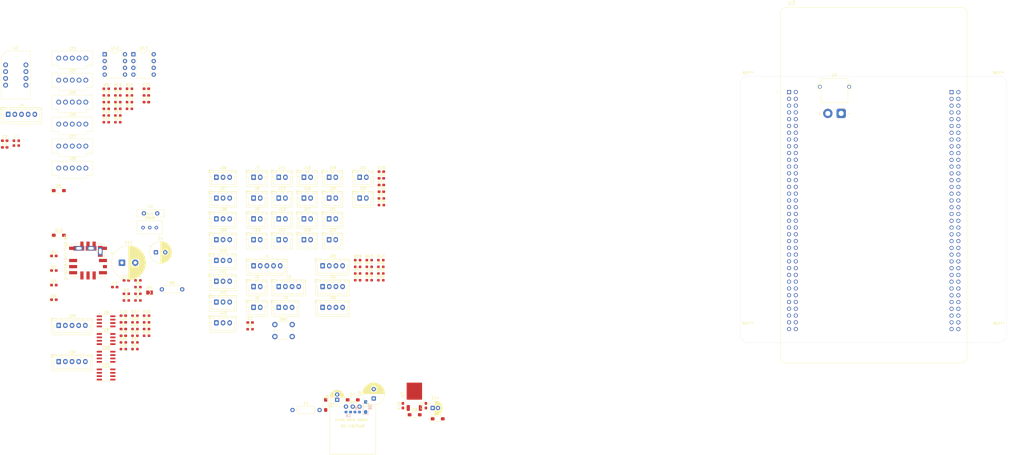
<source format=kicad_pcb>
(kicad_pcb (version 20241229) (generator "pcbnew") (generator_version "9.0")
  (layers (0 "F.Cu" signal) (2 "B.Cu" signal) (13 "F.Paste" user) (15 "B.Paste" user) (5 "F.SilkS" user "F.Silkscreen") (7 "B.SilkS" user "B.Silkscreen") (1 "F.Mask" user) (3 "B.Mask" user) (25 "Edge.Cuts" user))
  (net 0 "")
  (net 1 "+5V")
  (net 2 "GND")
  (net 3 "+12V")
  (net 4 "Net-(D5-K)")
  (net 5 "Net-(D6-K)")
  (net 6 "+5VP")
  (net 7 "+3V3")
  (net 8 "Net-(D1-A)")
  (net 9 "Net-(D2-A)")
  (net 10 "Net-(D3-A)")
  (net 11 "Net-(D4-A)")
  (net 12 "Net-(D6-A)")
  (net 13 "SOLENOID1")
  (net 14 "SOLENOID4")
  (net 15 "SOLENOID3")
  (net 16 "SOLENOID2")
  (net 18 "ENC_1A")
  (net 19 "ENC_1B")
  (net 20 "ENC_2B")
  (net 22 "ENC_2A")
  (net 23 "ENC_3A")
  (net 25 "ENC_3B")
  (net 27 "ENC_4A")
  (net 28 "ENC_4B")
  (net 29 "ENC_LPTIM_1B")
  (net 30 "ENC_LPTIM_1A")
  (net 32 "ENC_LPTIM_2A")
  (net 34 "ENC_LPTIM_2B")
  (net 35 "Net-(J29-Pin_2)")
  (net 36 "Net-(J29-Pin_3)")
  (net 37 "Net-(J29-Pin_5)")
  (net 38 "Net-(J29-Pin_4)")
  (net 39 "Net-(J30-Pin_3)")
  (net 40 "Net-(J30-Pin_2)")
  (net 41 "Net-(J30-Pin_4)")
  (net 42 "Net-(J30-Pin_5)")
  (net 43 "Net-(JP1-B)")
  (net 44 "Net-(R7-Pad1)")
  (net 45 "LIMIT1")
  (net 46 "LIMIT5")
  (net 47 "LIMIT9")
  (net 48 "LIMIT13")
  (net 49 "LIMIT2")
  (net 50 "LIMIT6")
  (net 51 "LIMIT10")
  (net 52 "LIMIT14")
  (net 53 "LIMIT3")
  (net 54 "LIMIT7")
  (net 55 "LIMIT11")
  (net 56 "LIMIT15")
  (net 57 "LIMIT4")
  (net 58 "LIMIT8")
  (net 59 "LIMIT12")
  (net 60 "LIMIT16")
  (net 61 "Net-(U6-Trim)")
  (net 62 "BNO_RX")
  (net 63 "Net-(U1-RX2)")
  (net 64 "BNO_TX")
  (net 65 "Net-(U1-TX2)")
  (net 69 "RS485_2RX")
  (net 72 "RS485_2TX")
  (net 75 "WTT12L_2Q2")
  (net 76 "FDCAN_1TX")
  (net 78 "SPI_2MISO")
  (net 79 "WTT12L_3Q2")
  (net 80 "PWM7")
  (net 82 "WTT12L_3Q1")
  (net 83 "WTT12L_1Q1")
  (net 84 "I2C_SDA")
  (net 86 "SPI_2SCK")
  (net 98 "PWM4")
  (net 101 "DIR4")
  (net 106 "Net-(U3A-NRST)")
  (net 107 "SPI_1MOSI")
  (net 110 "PWM5")
  (net 115 "SPI_1MISO")
  (net 117 "PWM3")
  (net 120 "ENC_CS")
  (net 124 "FDCAN_2TX")
  (net 125 "DIR2")
  (net 128 "WTT12L_2Q1")
  (net 131 "I2C_SCL")
  (net 132 "PWM2")
  (net 134 "PWM8")
  (net 136 "ADC_negative")
  (net 140 "FDCAN_1RX")
  (net 142 "WTT12L_1Q2")
  (net 143 "FDCAN_2RX")
  (net 144 "ADC_positive")
  (net 146 "PWM1")
  (net 149 "DIR3")
  (net 150 "SPI_1SCK")
  (net 154 "RS485_1RX")
  (net 155 "RS485_1TX")
  (net 156 "PWM6")
  (net 158 "DIR1")
  (net 166 "Net-(J31-Pin_2)")
  (net 167 "Net-(J31-Pin_1)")
  (net 168 "Net-(J32-Pin_1)")
  (net 169 "Net-(J32-Pin_2)")
  (net 170 "Net-(J33-Pin_2)")
  (net 171 "Net-(J33-Pin_4)")
  (net 172 "Net-(J34-Pin_4)")
  (net 173 "Net-(J34-Pin_2)")
  (net 174 "Net-(J35-Pin_4)")
  (net 175 "Net-(J35-Pin_2)")
  (footprint "Resistor_SMD:R_0603_1608Metric_Pad0.98x0.95mm_HandSolder" (layer "F.Cu") (at -131.256 152.416)
    (property "Reference" "R26")
    (property "Value" "2.2k")
  )
  (footprint "Connector_JST:JST_XH_B3B-XH-A_1x03_P2.50mm_Vertical" (layer "F.Cu") (at -96.372 134.758)
    (property "Reference" "J42")
    (property "Value" "DCMD4")
  )
  (footprint "LED_SMD:LED_0603_1608Metric_Pad1.05x0.95mm_HandSolder" (layer "F.Cu") (at -157.316 122.936)
    (property "Reference" "D2")
    (property "Value" "+5V")
  )
  (footprint "Resistor_SMD:R_0603_1608Metric_Pad0.98x0.95mm_HandSolder" (layer "F.Cu") (at -126.906 142.376)
    (property "Reference" "R28")
    (property "Value" "2.2k")
  )
  (footprint "Connector_JST:JST_XH_B2B-XH-A_1x02_P2.50mm_Vertical" (layer "F.Cu") (at -72.972 111.358)
    (property "Reference" "J14")
    (property "Value" "LIMIT_14")
  )
  (footprint "LED_SMD:LED_0603_1608Metric_Pad1.05x0.95mm_HandSolder" (layer "F.Cu") (at -157.316 117.466)
    (property "Reference" "D1")
    (property "Value" "+12V")
  )
  (footprint "Connector_JST:JST_XH_B3B-XH-A_1x03_P2.50mm_Vertical" (layer "F.Cu") (at -96.372 111.358)
    (property "Reference" "J39")
    (property "Value" "SERVO2")
  )
  (footprint "Capacitor_SMD:C_0603_1608Metric_Pad1.08x0.95mm_HandSolder" (layer "F.Cu") (at -34.472 88.348)
    (property "Reference" "C20")
    (property "Value" "0.1u")
  )
  (footprint "Resistor_SMD:R_0603_1608Metric_Pad0.98x0.95mm_HandSolder" (layer "F.Cu") (at -122.556 139.866)
    (property "Reference" "R33")
    (property "Value" "120")
  )
  (footprint "Connector_JST:JST_XH_B2B-XH-A_1x02_P2.50mm_Vertical" (layer "F.Cu") (at -63.522 103.558)
    (property "Reference" "J17")
    (property "Value" "LIMIT_11")
  )
  (footprint "MyLib:DCDC_OKL-T-xx" (layer "F.Cu") (at -144.511 119.181)
    (property "Reference" "U6")
    (property "Value" "OKL-T/6-W12N-C")
  )
  (footprint "Resistor_SMD:R_0603_1608Metric_Pad0.98x0.95mm_HandSolder" (layer "F.Cu") (at -137.676 54.746)
    (property "Reference" "R9")
    (property "Value" "10k")
  )
  (footprint "Resistor_THT:R_Axial_DIN0207_L6.3mm_D2.5mm_P7.62mm_Horizontal" (layer "F.Cu") (at -116.81 130)
    (property "Reference" "R8")
    (property "Value" "1.2k")
  )
  (footprint "Connector_JST:JST_XH_B2B-XH-A_1x02_P2.50mm_Vertical" (layer "F.Cu") (at -72.972 95.758)
    (property "Reference" "J12")
    (property "Value" "LIMIT_6")
  )
  (footprint "Resistor_SMD:R_0603_1608Metric_Pad0.98x0.95mm_HandSolder" (layer "F.Cu") (at -125.786 126.636)
    (property "Reference" "R4")
    (property "Value" "1k")
  )
  (footprint "Resistor_SMD:R_0603_1608Metric_Pad0.98x0.95mm_HandSolder" (layer "F.Cu") (at -133.326 57.256)
    (property "Reference" "R16")
    (property "Value" "10k")
  )
  (footprint "Resistor_SMD:R_0603_1608Metric_Pad0.98x0.95mm_HandSolder" (layer "F.Cu") (at -34.672 119.038)
    (property "Reference" "R47")
    (property "Value" "6.8k")
  )
  (footprint "Capacitor_SMD:C_0603_1608Metric_Pad1.08x0.95mm_HandSolder" (layer "F.Cu") (at -26.416 173.6355 90)
    (property "Reference" "C10")
    (property "Value" "0.1u")
  )
  (footprint "Capacitor_SMD:C_0603_1608Metric_Pad1.08x0.95mm_HandSolder" (layer "F.Cu") (at -122.626 57.256)
    (property "Reference" "C24")
    (property "Value" "0.1u")
  )
  (footprint "Connector_JST:JST_XH_B4B-XH-A_1x04_P2.50mm_Vertical" (layer "F.Cu") (at -56.522 128.958)
    (property "Reference" "J34")
    (property "Value" "WTT12L_2")
  )
  (footprint "Resistor_SMD:R_0603_1608Metric_Pad0.98x0.95mm_HandSolder" (layer "F.Cu") (at -137.676 64.786)
    (property "Reference" "R13")
    (property "Value" "10k")
  )
  (footprint "Capacitor_THT:CP_Radial_D5.0mm_P2.00mm" (layer "F.Cu") (at -51.054 171.45 90)
    (property "Reference" "C5")
    (property "Value" "25v 100u")
  )
  (footprint "Connector_JST:JST_XH_B2B-XH-A_1x02_P2.50mm_Vertical" (layer "F.Cu") (at -82.422 111.358)
    (property "Reference" "J10")
    (property "Value" "LIMIT_13")
  )
  (footprint "LED_SMD:LED_0603_1608Metric_Pad1.05x0.95mm_HandSolder" (layer "F.Cu") (at -157.316 128.406)
    (property "Reference" "D3")
    (property "Value" "+3V3")
  )
  (footprint "Resistor_SMD:R_0603_1608Metric_Pad0.98x0.95mm_HandSolder" (layer "F.Cu") (at -122.556 142.376)
    (property "Reference" "R34")
    (property "Value" "2.2k")
  )
  (footprint "Resistor_SMD:R_0603_1608Metric_Pad0.98x0.95mm_HandSolder" (layer "F.Cu") (at -34.672 121.548)
    (property "Reference" "R48")
    (property "Value" "3.3k")
  )
  (footprint "Resistor_SMD:R_0603_1608Metric_Pad0.98x0.95mm_HandSolder" (layer "F.Cu") (at -137.676 67.296)
    (property "Reference" "R14")
    (property "Value" "10k")
  )
  (footprint "Package_TO_SOT_SMD:TO-252-2" (layer "F.Cu") (at -22.104 169.458 90)
    (property "Reference" "U7")
    (property "Value" "BA033CC0FP")
  )
  (footprint "Package_SO:SOP-8_3.76x4.96mm_P1.27mm" (layer "F.Cu") (at -137.736 148.646)
    (property "Reference" "U9")
    (property "Value" "UTRS485G-S08-R")
  )
  (footprint "Resistor_SMD:R_0603_1608Metric_Pad0.98x0.95mm_HandSolder" (layer "F.Cu") (at -43.372 124.058)
    (property "Reference" "R41")
    (property "Value" "6.8k")
  )
  (footprint "Package_DIP:DIP-8_W7.62mm" (layer "F.Cu") (at -127.486 41.826)
    (property "Reference" "U13")
    (property "Value" "MCP2562-E-P")
  )
  (footprint "Capacitor_SMD:C_0603_1608Metric_Pad1.08x0.95mm_HandSolder" (layer "F.Cu") (at -131.256 142.376)
    (property "Reference" "C16")
    (property "Value" "0.1u")
  )
  (footprint "Connector_JST:JST_XH_B2B-XH-A_1x02_P2.50mm_Vertical" (layer "F.Cu") (at -82.422 136.758)
    (property "Reference" "J6")
    (property "Value" "PicoScan")
  )
  (footprint "Capacitor_SMD:C_0603_1608Metric_Pad1.08x0.95mm_HandSolder" (layer "F.Cu") (at -17.78 173.6355 90)
    (property "Reference" "C13")
    (property "Value" "0.1u")
  )
  (footprint "Resistor_SMD:R_0603_1608Metric_Pad0.98x0.95mm_HandSolder" (layer "F.Cu") (at -130.136 131.656)
    (property "Reference" "R2")
    (property "Value" "10k")
  )
  (footprint "Connector_JST:JST_XH_B2B-XH-A_1x02_P2.50mm_Vertical" (layer "F.Cu") (at -82.422 128.958)
    (property "Reference" "J5")
    (property "Value" "ADC")
  )
  (footprint "Capacitor_SMD:C_0603_1608Metric_Pad1.08x0.95mm_HandSolder" (layer "F.Cu") (at -131.256 139.866)
    (property "Reference" "C15")
    (property "Value" "0.1u")
  )
  (footprint "Resistor_SMD:R_0603_1608Metric_Pad0.98x0.95mm_HandSolder" (layer "F.Cu") (at -133.326 59.766)
    (property "Reference" "R17")
    (property "Value" "10k")
  )
  (footprint "MyLib:D_SOD-123_HandSolder" (layer "F.Cu") (at -155.456 109.706)
    (property "Reference" "D10")
    (property "Value" "RB168MM100TR")
  )
  (footprint "Jumper:SolderJumper-2_P1.3mm_Open_TrianglePad1.0x1.5mm" (layer "F.Cu") (at -121.436 131.206)
    (property "Reference" "JP1")
    (property "Value" "Jumper_2_Open")
  )
  (footprint "Resistor_SMD:R_0603_1608Metric_Pad0.98x0.95mm_HandSolder" (layer "F.Cu") (at -126.906 144.886)
    (property "Reference" "R29")
    (property "Value" "2.2k")
  )
  (footprint "Button_Switch_THT:SW_PUSH_6mm" (layer "F.Cu") (at -74.422 143.208)
    (property "Reference" "SW1")
    (property "Value" "SW_Push")
  )
  (footprint "Resistor_SMD:R_0603_1608Metric_Pad0.98x0.95mm_HandSolder" (layer "F.Cu") (at -43.372 126.568)
    (property "Reference" "R42")
    (property "Value" "3.3k")
  )
  (footprint "Resistor_SMD:R_0603_1608Metric_Pad0.98x0.95mm_HandSolder" (layer "F.Cu") (at -128.976 57.256)
    (property "Reference" "R22")
    (property "Value" "10k")
  )
  (footprint "MyLib:D_SOD-123_HandSolder" (layer "F.Cu") (at -155.456 92.956)
    (property "Reference" "D5")
    (property "Value" "RB168MM100TR")
  )
  (footprint "Resistor_SMD:R_0603_1608Metric_Pad0.98x0.95mm_HandSolder" (layer "F.Cu") (at -128.976 59.766)
    (property "Reference" "R23")
    (property "Value" "10k")
  )
  (footprint "Capacitor_SMD:C_0603_1608Metric_Pad1.08x0.95mm_HandSolder" (layer "F.Cu") (at -134.486 129.146)
    (property "Reference" "C7")
    (property "Value" "0.1u")
  )
  (footprint "Connector_JST:JST_XH_B3B-XH-A_1x03_P2.50mm_Vertical" (layer "F.Cu") (at -72.972 136.758)
    (property "Reference" "J3")
    (property "Value" "I2C")
  )
  (footprint "MyLib:Valuable_Resistor_TSR-3296W" (layer "F.Cu") (at -121.371 106.831)
    (property "Reference" "RV1")
    (property "Value" "20kB")
  )
  (footprint "Connector_JST:JST_XH_B3B-XH-A_1x03_P2.50mm_Vertical" (layer "F.Cu") (at -96.372 87.958)
    (property "Reference" "J36")
    (property "Value" "DCMD1")
  )
  (footprint "Package_SO:SOP-8_3.76x4.96mm_P1.27mm" (layer "F.Cu") (at -137.736 161.936)
    (property "Reference" "U11")
    (property "Value" "UTRS485G-S08-R")
  )
  (footprint "Connector_JST:JST_XH_B4B-XH-A_1x04_P2.50mm_Vertical" (layer "F.Cu") (at -72.972 128.958)
    (property "Reference" "J2")
    (property "Value" "SPI")
  )
  (footprint "Resistor_SMD:R_0603_1608Metric_Pad0.98x0.95mm_HandSolder" (layer "F.Cu") (at -131.256 149.906)
    (property "Reference" "R25")
    (property "Value" "120")
  )
  (footprint "LED_SMD:LED_0603_1608Metric_Pad1.05x0.95mm_HandSolder" (layer "F.Cu") (at -157.316 133.876)
    (property "Reference" "D4")
    (property "Value" "+5VP")
  )
  (footprint "MyLib:PocketHeader_1x05_Vertical" (layer "F.Cu") (at -150.421 43.271)
    (property "Reference" "J23")
    (property "Value" "RE_1")
  )
  (footprint "MyLib:BNO055" (layer "F.Cu") (at -171.616 49.606)
    (property "Reference" "U2")
    (property "Value" "BNO055")
  )
  (footprint "Connector_JST:JST_XH_B2B-XH-A_1x02_P2.50mm_Vertical" (layer "F.Cu") (at -72.972 87.958)
    (property "Reference" "J11")
    (property "Value" "LIMIT_2")
  )
  (footprint "Connector_JST:JST_XH_B2B-XH-A_1x02_P2.50mm_Vertical" (layer "F.Cu") (at -42.622 87.958)
    (property "Reference" "J31")
    (property "Value" "FDCAN_1")
  )
  (footprint "MountingHole:MountingHole_3.2mm_M3" (layer "F.Cu") (at 103.12132 147)
    (property "Reference" "REF**")
    (property "Value" "MountingHole_3.2mm_M3")
  )
  (footprint "Connector_JST:JST_XH_B5B-XH-A_1x05_P2.50mm_Vertical" (layer "F.Cu") (at -174.466 64.356)
    (property "Reference" "J4")
    (property "Value" "SOLENOID_1")
  )
  (footprint "Connector_JST:JST_XH_B3B-XH-A_1x03_P2.50mm_Vertical" (layer "F.Cu") (at -96.372 95.758)
    (property "Reference" "J37")
    (property "Value" "SERVO1")
  )
  (footprint "Capacitor_SMD:C_0603_1608Metric_Pad1.08x0.95mm_HandSolder" (layer "F.Cu") (at -130.136 126.636)
    (property "Reference" "C11")
    (property "Value" "0.1u")
  )
  (footprint "Connector_JST:JST_XH_B2B-XH-A_1x02_P2.50mm_Vertical" (layer "F.Cu") (at -63.522 111.358)
    (property "Reference" "J18")
    (property "Value" "LIMIT_15")
  )
  (footprint "MyLib:TXRX_pokayoke" (layer "F.Cu") (at -171.416 75.156)
    (property "Reference" "U1")
    (property "Value" "TXRX_pokayoke")
  )
  (footprint "Resistor_SMD:R_0603_1608Metric_Pad0.98x0.95mm_HandSolder" (layer "F.Cu") (at -39.022 121.548)
    (property "Reference" "R44")
    (property "Value" "3.3k")
  )
  (footprint "Connector_JST:JST_XH_B5B-XH-A_1x05_P2.50mm_Vertical" (layer "F.Cu") (at -82.422 121.158)
    (property "Reference" "J1")
    (property "Value" "ABS_Encoder")
  )
  (footprint "Capacitor_SMD:C_0603_1608Metric_Pad1.08x0.95mm_HandSolder" (layer "F.Cu") (at -34.472 85.838)
    (property "Reference" "C19")
    (property "Value" "0.1u")
  )
  (footprint "Resistor_SMD:R_0603_1608Metric_Pad0.98x0.95mm_HandSolder" (layer "F.Cu") (at -128.976 54.746)
    (property "Reference" "R21")
    (property "Value" "10k")
  )
  (footprint "Capacitor_SMD:C_0603_1608Metric_Pad1.08x0.95mm_HandSolder" (layer "F.Cu") (at -83.722 142.438)
    (property "Reference" "C1")
    (property "Value" "0.1u")
  )
  (footprint "Capacitor_THT:C_Disc_D10.0mm_W2.5mm_P5.00mm" (layer "F.Cu") (at -123.556 101.496)
    (property "Reference" "F2")
    (property "Value" "RXE110")
  )
  (footprint "Resistor_SMD:R_0603_1608Metric_Pad0.98x0.95mm_HandSolder" (layer "F.Cu") (at -126.906 147.396)
    (property "Reference" "R30")
    (property "Value" "2.2k")
  )
  (footprint "Connector_JST:JST_XH_B2B-XH-A_1x02_P2.50mm_Vertical" (layer "F.Cu") (at -54.072 95.758)
    (property "Reference" "J20")
    (property "Value" "LIMIT_8")
  )
  (footprint "MyLib:D_SOD-123_HandSolder" (layer "F.Cu") (at -55.372 173.35 -90)
    (property "Reference" "D6")
    (property "Value" "RB168MM100TR")
  )
  (footprint "Resistor_SMD:R_0603_1608Metric_Pad0.98x0.95mm_HandSolder" (layer "F.Cu") (at -133.326 54.746)
    (property "Reference" "R15")
    (property "Value" "10k")
  )
  (footprint "Resistor_SMD:R_0603_1608Metric_Pad0.98x0.95mm_HandSolder" (layer "F.Cu") (at -137.676 62.276)
    (property "Reference" "R12")
    (property "Value" "10k")
  )
  (footprint "Connector_JST:JST_XH_B2B-XH-A_1x02_P2.50mm_Vertical" (layer "F.Cu") (at -82.422 87.958)
    (property "Reference" "J7")
    (property "Value" "LIMIT_1")
  )
  (footprint "Connector_JST:JST_XH_B3B-XH-A_1x03_P2.50mm_Vertical" (layer "F.Cu") (at -96.372 126.958)
    (property "Reference" "J41")
    (property "Value" "SERVO3")
  )
  (footprint "MyLib:BP5293-xx_horizontal" (layer "F.Cu") (at -45.212 173.99 180)
    (property "Reference" "U5")
    (property "Value" "BP5293-50")
  )
  (footprint "Resistor_SMD:R_0603_1608Metric_Pad0.98x0.95mm_HandSolder" (layer "F.Cu") (at -39.022 124.058)
    (property "Reference" "R45")
    (property "Value" "6.8k")
  )
  (footprint "MountingHole:MountingHole_3.2mm_M3" (layer "F.Cu") (at 103.12132 53)
    (property "Reference" "REF**")
    (property "Value" "MountingHole_3.2mm_M3")
  )
  (footprint "Connector_AMASS:AMASS_XT30PW-M_1x02_P2.50mm_Horizontal" (layer "F.Cu") (at 138 64)
    (property "Reference" "U4")
    (property "Value" "XT30")
  )
  (footprint "Connector_JST:JST_XH_B5B-XH-A_1x05_P2.50mm_Vertical" (layer "F.Cu") (at -155.516 157.086)
    (property "Reference" "J30")
    (property "Value" "RS485_2")
  )
  (footprint "MyLib:D_SOD-123_HandSolder" (layer "F.Cu") (at -45.212 171.45)
    (property "Reference" "D7")
    (property "Value" "1N4148W")
  )
  (footprint "Resistor_SMD:R_0603_1608Metric_Pad0.98x0.95mm_HandSolder" (layer "F.Cu") (at -34.672 124.058)
    (property "Reference" "R49")
    (property "Value" "6.8k")
  )
  (footprint "MyLib:D_SOD-123_HandSolder" (layer "F.Cu") (at -13.34 178.562)
    (property "Reference" "D11")
    (property "Value" "1N4148W")
  )
  (footprint "MyLib:PocketHeader_1x05_Vertical" (layer "F.Cu") (at -150.421 51.521)
    (property "Reference" "J24")
    (property "Value" "RE_2")
  )
  (footprint "Resistor_SMD:R_0603_1608Metric_Pad0.98x0.95mm_HandSolder" (layer "F.Cu") (at -83.722 144.948)
    (property "Reference" "R1")
    (property "Value" "10k")
  )
  (footprint "Resistor_SMD:R_0603_1608Metric_Pad0.98x0.95mm_HandSolder" (layer "F.Cu") (at -137.676 59.766)
    (property "Reference" "R11")
    (property "Value" "10k")
  )
  (footprint "Connector_JST:JST_XH_B3B-XH-A_1x03_P2.50mm_Vertical" (layer "F.Cu") (at -96.372 119.158)
    (property "Reference" "J40")
    (property "Value" "DCMD3")
  )
  (footprint "Capacitor_SMD:C_0603_1608Metric_Pad1.08x0.95mm_HandSolder" (layer "F.Cu") (at -131.256 147.396)
    (property "Reference" "C18")
    (property "Value" "0.1u")
  )
  (footprint "Resistor_SMD:R_0603_1608Metric_Pad0.98x0.95mm_HandSolder" (layer "F.Cu") (at -125.786 134.166)
    (property "Reference" "R7")
    (property "Value" "1.2k")
  )
  (footprint "Capacitor_THT:CP_Radial_D5.0mm_P2.00mm" (layer "F.Cu") (at -15.24 174.498)
    (property "Reference" "C14")
    (property "Value" "16v 100u")
  )
  (footprint "Resistor_SMD:R_0603_1608Metric_Pad0.98x0.95mm_HandSolder" (layer "F.Cu") (at -125.786 131.656)
    (property "Reference" "R6")
    (property "Value" "20k")
  )
  (footprint "Connector_JST:JST_XH_B2B-XH-A_1x02_P2.50mm_Vertical" (layer "F.Cu") (at -54.072 87.958)
    (property "Reference" "J19")
    (property "Value" "LIMIT_4")
  )
  (footprint "Connector_JST:JST_XH_B5B-XH-A_1x05_P2.50mm_Vertical" (layer "F.Cu") (at -155.516 143.536)
    (property "Reference" "J29")
    (property "Value" "RS485_1")
  )
  (footprint "Resistor_SMD:R_0603_1608Metric_Pad0.98x0.95mm_HandSolder" (layer "F.Cu") (at -34.672 126.568)
    (property "Reference" "R50")
    (property "Value" "3.3k")
  )
  (footprint "MyLib:MODULE_NUCLEO-H753ZI" (layer "F.Cu") (at 150.21 90.93)
    (property "Reference" "U3")
    (property "Value" "NUCLEO-H753ZI")
  )
  (footprint "Connector_JST:JST_XH_B2B-XH-A_1x02_P2.50mm_Vertical" (layer "F.Cu") (at -54.072 103.558)
    (property "Reference" "J21")
    (property "Value" "LIMIT_12")
  )
  (footprint "MyLib:PocketHeader_1x05_Vertical" (layer "F.Cu") (at -150.421 76.271)
    (property "Reference" "J27")
    (property "Value" "RE_LPTIM1")
  )
  (footprint "MyLib:PocketHeader_1x05_Vertical" (layer "F.Cu") (at -150.421 59.771)
    (property "Reference" "J25")
    (property "Value" "RE_3")
  )
  (footprint "Resistor_SMD:R_0603_1608Metric_Pad0.98x0.95mm_HandSolder" (layer "F.Cu") (at -126.906 152.416)
    (property "Reference" "R32")
    (property "Value" "2.2k")
  )
  (footprint "MountingHole:MountingHole_3.2mm_M3" (layer "F.Cu") (at 197.12132 147)
    (property "Reference" "REF**")
    (property "Value" "MountingHole_3.2mm_M3")
  )
  (footprint "Resistor_SMD:R_0603_1608Metric_Pad0.98x0.95mm_HandSolder" (layer "F.Cu") (at -43.372 119.038)
    (property "Reference" "R39")
    (property "Value" "6.8k")
  )
  (footprint "MyLib:PocketHeader_1x05_Vertical" (layer "F.Cu") (at -150.421 84.521)
    (property "Reference" "J28")
    (property "Value" "RE_LPTIM2")
  )
  (footprint "Connector_JST:JST_XH_B2B-XH-A_1x02_P2.50mm_Vertical" (layer "F.Cu") (at -63.522 87.958)
    (property "Reference" "J15")
    (property "Value" "LIMIT_3")
  )
  (footprint "Capacitor_SMD:C_0603_1608Metric_Pad1.08x0.95mm_HandSolder" (layer "F.Cu") (at -122.626 54.746)
    (property "Reference" "C23")
    (property "Value" "0.1u")
  )
  (footprint "Resistor_SMD:R_0603_1608Metric_Pad0.98x0.95mm_HandSolder" (layer "F.Cu") (at -133.326 62.276)
    (property "Reference" "R18")
    (property "Value" "10k")
  )
  (footprint "Resistor_SMD:R_0603_1608Metric_Pad0.98x0.95mm_HandSolder" (layer "F.Cu") (at -34.472 95.878)
    (property "Reference" "R37")
    (property "Value" "120")
  )
  (footprint "Package_SO:SOP-8_3.76x4.96mm_P1.27mm" (layer "F.Cu") (at -137.736 142.001)
    (property "Reference" "U8")
    (property "Value" "UTRS485G-S08-R")
  )
  (footprint "Connector_JST:JST_XH_B4B-XH-A_1x04_P2.50mm_Vertical" (layer "F.Cu") (at -56.522 121.158)
    (property "Reference" "J33")
    (property "Value" "WTT12L_1")
  )
  (footprint "Connector_JST:JST_XH_B2B-XH-A_1x02_P2.50mm_Vertical" (layer "F.Cu") (at -54.072 111.358)
    (property "Reference" "J22")
    (property "Value" "LIMIT_16")
  )
  (footprint "Capacitor_SMD:C_0603_1608Metric_Pad1.08x0.95mm_HandSolder" (layer "F.Cu") (at -175.766 74.236)
    (property "Reference" "C2")
    (property "Value" "0.1u")
  )
  (footprint "Resistor_SMD:R_0603_1608Metric_Pad0.98x0.95mm_HandSolder" (layer "F.Cu") (at -122.556 147.396)
    (property "Reference" "R36")
    (property "Value" "2.2k")
  )
  (footprint "Connector_JST:JST_XH_B3B-XH-A_1x03_P2.50mm_Vertical" (layer "F.Cu") (at -96.372 142.558)
    (property "Reference" "J43")
    (property "Value" "SERVO4")
  )
  (footprint "Capacitor_SMD:C_0603_1608Metric_Pad1.08x0.95mm_HandSolder" (layer "F.Cu") (at -131.256 144.886)
    (property "Reference" "C17")
    (property "Value" "0.1u")
  )
  (footprint "MyLib:D_SOD-123_HandSolder" (layer "F.Cu") (at -21.976 177.038)
    (property "Reference" "D9")
    (property "Value" "1N4148W")
  )
  (footprint "Capacitor_THT:CP_Radial_D12.5mm_P5.00mm" (layer "F.Cu") (at -131.783918 120)
    (property "Reference" "C12")
    (property "Value" "25v 1000u")
  )
  (footprint "Resistor_SMD:R_0603_1608Metric_Pad0.98x0.95mm_HandSolder" (layer "F.Cu") (at -126.906 149.906)
    (property "Reference" "R31")
    (property "Value" "120")
  )
  (footprint "Connector_JST:JST_XH_B4B-XH-A_1x04_P2.50mm_Vertical" (layer "F.Cu") (at -56.522 136.758)
    (property "Reference" "J35")
    (property "Value" "WTT12L_3")
  )
  (footprint "Connector_JST:JST_XH_B2B-XH-A_1x02_P2.50mm_Vertical" (layer "F.Cu") (at -82.422 103.558)
    (property "Reference" "J9")
    (property "Value" "LIMIT_9")
  )
  (footprint "Capacitor_THT:CP_Radial_D8.0mm_P3.50mm" (layer "F.Cu") (at -119.041302 116.106)
    (property "Reference" "C4")
    (property "Value" "25V 470u")
  )
  (footprint "Resistor_SMD:R_0603_1608Metric_Pad0.98x0.95mm_HandSolder" (layer "F.Cu") (at -125.786 129.146)
    (property "Reference" "R5")
    (property "Value" "1k")
  )
  (footprint "Resistor_SMD:R_0603_1608Metric_Pad0.98x0.95mm_HandSolder" (layer "F.Cu") (at -43.372 121.548)
    (property "Reference" "R40")
    (property "Value" "3.3k")
  )
  (footprint "Resistor_THT:R_Axial_DIN0207_L6.3mm_D2.5mm_P10.16mm_Horizontal" (layer "F.Cu") (at -67.818 175.26)
    (property "Reference" "F1")
    (property "Value" "0.65A 1.3A")
  )
  (footprint "Resistor_SMD:R_0603_1608Metric_Pad0.98x0.95mm_HandSolder" (layer "F.Cu") (at -122.556 144.886)
    (property "Reference" "R35")
    (property "Value" "2.2k")
  )
  (footprint "Connector_JST:JST_XH_B2B-XH-A_1x02_P2.50mm_Vertical" (layer "F.Cu") (at -63.522 95.758)
    (property "Reference" "J16")
    (property "Value" "LIMIT_7")
  )
  (footprint "Resistor_SMD:R_0603_1608Metric_Pad0.98x0.95mm_HandSolder" (layer "F.Cu") (at -39.022 126.568)
    (property "Reference" "R46")
    (property "Value" "3.3k")
  )
  (footprint "MyLib:PocketHeader_1x05_Vertical" (layer "F.Cu") (at -150.421 68.021)
    (property "Reference" "J26")
    (property "Value" "RE_4")
  )
  (footprint "Connector_JST:JST_XH_B2B-XH-A_1x02_P2.50mm_Vertical" (layer "F.Cu") (at -42.622 95.758)
    (property "Reference" "J32")
    (property "Value" "FDCAN_2")
  )
  (footprint "Capacitor_SMD:C_0603_1608Metric_Pad1.08x0.95mm_HandSolder" (layer "F.Cu") (at -122.626 59.766)
    (property "Reference" "C25")
    (property "Value" "0.1u")
  )
  (footprint "Resistor_SMD:R_0603_1608Metric_Pad0.98x0.95mm_HandSolder" (layer "F.Cu") (at -130.136 134.166)
    (property "Reference" "R3")
    (property "Value" "1k")
  )
  (footprint "Capacitor_THT:CP_Radial_D8.0mm_P3.50mm" (layer "F.Cu") (at -37.338 170.942 90)
    (property "Reference" "C9")
    (property "Value" "25v 470u")
  )
  (footprint "Resistor_SMD:R_0603_1608Metric_Pad0.98x0.95mm_HandSolder" (layer "F.Cu") (at -34.472 98.388)
    (property "Reference" "R38")
    (property "Value" "120")
  )
  (footprint "Connector_JST:JST_XH_B3B-XH-A_1x03_P2.50mm_Vertical" (layer "F.Cu") (at -96.372 103.558)
    (property "Reference" "J38")
    (property "Value" "DCMD2")
  )
  (footprint "MountingHole:MountingHole_3.2mm_M3" (layer "F.Cu") (at 197.12132 53)
    (property "Reference" "REF**")
    (property "Value" "MountingHole_3.2mm_M3")
  )
  (footprint "Resistor_SMD:R_0603_1608Metric_Pad0.98x0.95mm_HandSolder" (layer "F.Cu") (at -39.022 119.038)
    (property "Reference" "R43")
    (property "Value" "6.8k")
  )
  (footprint "Connector_JST:JST_XH_B2B-XH-A_1x02_P2.50mm_Vertical" (layer "F.Cu") (at -72.972 103.558)
    (property "Reference" "J13")
    (property "Value" "LIMIT_10")
  )
  (footprint "Resistor_SMD:R_0603_1608Metric_Pad0.98x0.95mm_HandSolder" (layer "F.Cu") (at -133.326 64.786)
    (property "Reference" "R19")
    (property "Value" "10k")
  )
  (footprint "Resistor_SMD:R_0603_1608Metric_Pad0.98x0.95mm_HandSolder" (layer "F.Cu") (at -137.676 57.256)
    (property "Reference" "R10")
    (property "Value" "10k")
  )
  (footprint "Capacitor_SMD:C_0603_1608Metric_Pad1.08x0.95mm_HandSolder" (layer "F.Cu") (at -34.472 90.858)
    (property "Reference" "C21")
    (property "Value" "0.1u")
  )
  (footprint "Resistor_SMD:R_0603_1608Metric_Pad0.98x0.95mm_HandSolder" (layer "F.Cu") (at -133.326 67.296)
    (property "Reference" "R20")
    (property "Value" "10k")
  )
  (footprint "Resistor_SMD:R_0603_1608Metric_Pad0.98x0.95mm_HandSolder" (layer "F.Cu") (at -126.906 139.866)
    (property "Reference" "R27")
    (property "Value" "120")
  )
  (footprint "Package_SO:SOP-8_3.76x4.96mm_P1.27mm" (layer "F.Cu") (at -137.736 155.291)
    (property "Reference" "U10")
    (property "Value" "UTRS485G-S08-R")
  )
  (footprint "Capacitor_SMD:C_0603_1608Metric_Pad1.08x0.95mm_HandSolder" (layer "F.Cu") (at -175.766 76.746)
    (property "Reference" "C3")
    (property "Value" "0.1u")
  )
  (footprint "Connector_JST:JST_XH_B2B-XH-A_1x02_P2.50mm_Vertical" (layer "F.Cu") (at -82.422 95.758)
    (property "Reference" "J8")
    (property "Value" "LIMIT_5")
  )
  (footprint "Capacitor_SMD:C_0603_1608Metric_Pad1.08x0.95mm_HandSolder" (layer "F.Cu") (at -34.472 93.368)
    (property "Reference" "C22")
    (property "Value" "0.1u")
  )
  (footprint "Package_DIP:DIP-8_W7.62mm" (layer "F.Cu") (at -138.266 41.826)
    (property "Reference" "U12")
    (property "Value" "MCP2562-E-P")
  )
  (footprint "Resistor_SMD:R_0603_1608Metric_Pad0.98x0.95mm_HandSolder" (layer "F.Cu") (at -128.976 62.276)
    (property "Reference" "R24")
    (property "Value" "10k")
  )
  (footprint "Capacitor_SMD:C_0603_1608Metric_Pad1.08x0.95mm_HandSolder" (layer "B.Cu") (at -46.8895 176.022)
    (property "Reference" "C6")
    (property "Value" "0.1u")
  )
  (footprint "MyLib:D_SOD-123_HandSolder" (layer "B.Cu") (at -40.386 174.122 90)
    (property "Reference" "D8")
    (property "Value" "1N4148W")
  )
  (footprint "Capacitor_SMD:C_0603_1608Metric_Pad1.08x0.95mm_HandSolder" (layer "B.Cu") (at -43.5345 176.022 180)
    (property "Reference" "C8")
    (property "Value" "0.1u")
  )
  (gr_line (start 197.12132 50) (end 103.12132 50) (stroke (width 0.05)) (layer "Edge.Cuts"))
  (gr_arc (start 103.12132 150) (mid 101 149.12132) (end 100.12132 147) (stroke (width 0.05)) (layer "Edge.Cuts"))
  (gr_arc (start 197.12132 50) (mid 199.24264 50.87868) (end 200.12132 53) (stroke (width 0.05)) (layer "Edge.Cuts"))
  (gr_line (start 200.12132 147) (end 200.12132 53) (stroke (width 0.05)) (layer "Edge.Cuts"))
  (gr_arc (start 100.12132 53) (mid 101 50.87868) (end 103.12132 50) (stroke (width 0.05)) (layer "Edge.Cuts"))
  (gr_arc (start 200.12132 147) (mid 199.24264 149.12132) (end 197.12132 150) (stroke (width 0.05)) (layer "Edge.Cuts"))
  (gr_line (start 100.12132 53) (end 100.12132 147) (stroke (width 0.05)) (layer "Edge.Cuts"))
  (gr_line (start 103.12132 150) (end 197.12132 150) (stroke (width 0.05)) (layer "Edge.Cuts"))
)
</source>
